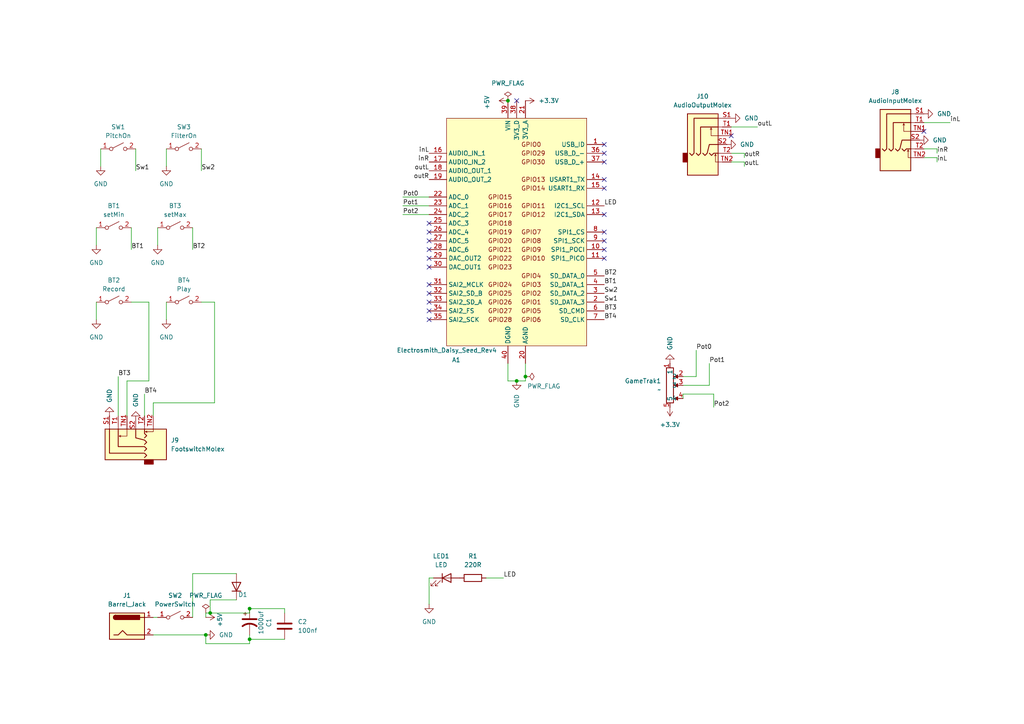
<source format=kicad_sch>
(kicad_sch (version 20250114) (generator "eeschema") (generator_version "9.0")
  (paper "A4")
  (lib_symbols
    (symbol "Connector:Barrel_Jack" (pin_names (offset 1.016))
      (property "Reference" "J" (at 0 5.334 0))
      (property "Value" "Barrel_Jack" (at 0 -5.08 0))
      (symbol "Barrel_Jack_0_1"
        (rectangle (start -5.08 3.81) (end 5.08 -3.81) (stroke (width 0.254)) (fill (type background)))
        (polyline (pts (xy -3.81 -2.54) (xy -2.54 -2.54) (xy -1.27 -1.27) (xy 0 -2.54) (xy 2.54 -2.54) (xy 5.08 -2.54)) (stroke (width 0.254)))
        (arc (start -3.302 1.905) (mid -3.9343 2.54) (end -3.302 3.175) (stroke (width 0.254)))
        (arc (start -3.302 1.905) (mid -3.9343 2.54) (end -3.302 3.175) (stroke (width 0.254)) (fill (type outline)))
        (rectangle (start 3.683 3.175) (end -3.302 1.905) (stroke (width 0.254)) (fill (type outline)))
        (polyline (pts (xy 5.08 2.54) (xy 3.81 2.54)) (stroke (width 0.254)))
      )
      (symbol "Barrel_Jack_1_1"
        (pin passive line (at 7.62 2.54 180) (length 2.54) (name "~") (number "1"))
        (pin passive line (at 7.62 -2.54 180) (length 2.54) (name "~") (number "2"))
      )
    )
    (symbol "Device:C" (pin_numbers (hide yes)) (pin_names (offset 0.254))
      (property "Reference" "C" (at 0.635 2.54 0))
      (property "Value" "C" (at 0.635 -2.54 0))
      (symbol "C_0_1"
        (polyline (pts (xy -2.032 0.762) (xy 2.032 0.762)) (stroke (width 0.508)))
        (polyline (pts (xy -2.032 -0.762) (xy 2.032 -0.762)) (stroke (width 0.508)))
      )
      (symbol "C_1_1"
        (pin passive line (at 0 3.81 270) (length 2.794) (name "~") (number "1"))
        (pin passive line (at 0 -3.81 90) (length 2.794) (name "~") (number "2"))
      )
    )
    (symbol "Device:C_Polarized_US" (pin_numbers (hide yes)) (pin_names (offset 0.254) (hide yes))
      (property "Reference" "C" (at 0.635 2.54 0))
      (property "Value" "C_Polarized_US" (at 0.635 -2.54 0))
      (symbol "C_Polarized_US_0_1"
        (polyline (pts (xy -2.032 0.762) (xy 2.032 0.762)) (stroke (width 0.508)))
        (polyline (pts (xy -1.778 2.286) (xy -0.762 2.286)))
        (polyline (pts (xy -1.27 1.778) (xy -1.27 2.794)))
        (arc (start -2.032 -1.27) (mid 0 -0.5572) (end 2.032 -1.27) (stroke (width 0.508)))
      )
      (symbol "C_Polarized_US_1_1"
        (pin passive line (at 0 3.81 270) (length 2.794) (name "~") (number "1"))
        (pin passive line (at 0 -3.81 90) (length 3.302) (name "~") (number "2"))
      )
    )
    (symbol "Device:D" (pin_numbers (hide yes)) (pin_names (offset 1.016) (hide yes))
      (property "Reference" "D" (at 0 2.54 0))
      (property "Value" "D" (at 0 -2.54 0))
      (symbol "D_0_1"
        (polyline (pts (xy -1.27 1.27) (xy -1.27 -1.27)) (stroke (width 0.254)))
        (polyline (pts (xy 1.27 1.27) (xy 1.27 -1.27) (xy -1.27 0) (xy 1.27 1.27)) (stroke (width 0.254)))
        (polyline (pts (xy 1.27 0) (xy -1.27 0)))
      )
      (symbol "D_1_1"
        (pin passive line (at -3.81 0 0) (length 2.54) (name "K") (number "1"))
        (pin passive line (at 3.81 0 180) (length 2.54) (name "A") (number "2"))
      )
    )
    (symbol "Device:LED" (pin_numbers (hide yes)) (pin_names (offset 1.016) (hide yes))
      (property "Reference" "D" (at 0 2.54 0))
      (property "Value" "LED" (at 0 -2.54 0))
      (symbol "LED_0_1"
        (polyline (pts (xy -3.048 -0.762) (xy -4.572 -2.286) (xy -3.81 -2.286) (xy -4.572 -2.286) (xy -4.572 -1.524)))
        (polyline (pts (xy -1.778 -0.762) (xy -3.302 -2.286) (xy -2.54 -2.286) (xy -3.302 -2.286) (xy -3.302 -1.524)))
        (polyline (pts (xy -1.27 0) (xy 1.27 0)))
        (polyline (pts (xy -1.27 -1.27) (xy -1.27 1.27)) (stroke (width 0.254)))
        (polyline (pts (xy 1.27 -1.27) (xy 1.27 1.27) (xy -1.27 0) (xy 1.27 -1.27)) (stroke (width 0.254)))
      )
      (symbol "LED_1_1"
        (pin passive line (at -3.81 0 0) (length 2.54) (name "K") (number "1"))
        (pin passive line (at 3.81 0 180) (length 2.54) (name "A") (number "2"))
      )
    )
    (symbol "Device:R" (pin_numbers (hide yes)) (pin_names (offset 0))
      (property "Reference" "R" (at 2.032 0 90))
      (property "Value" "R" (at 0 0 90))
      (symbol "R_0_1"
        (rectangle (start -1.016 -2.54) (end 1.016 2.54) (stroke (width 0.254)))
      )
      (symbol "R_1_1"
        (pin passive line (at 0 3.81 270) (length 1.27) (name "~") (number "1"))
        (pin passive line (at 0 -3.81 90) (length 1.27) (name "~") (number "2"))
      )
    )
    (symbol "MCU_Module:Electrosmith_Daisy_Seed_Rev4"
      (property "Reference" "A" (at -20.32 34.29 0))
      (property "Value" "Electrosmith_Daisy_Seed_Rev4" (at 33.02 34.29 0))
      (symbol "Electrosmith_Daisy_Seed_Rev4_0_0"
        (text "GPIO15" (at -1.27 10.16 0) (effects (font (size 1.27 1.27)) (justify right)))
        (text "GPIO16" (at -1.27 7.62 0) (effects (font (size 1.27 1.27)) (justify right)))
        (text "GPIO17" (at -1.27 5.08 0) (effects (font (size 1.27 1.27)) (justify right)))
        (text "GPIO18" (at -1.27 2.54 0) (effects (font (size 1.27 1.27)) (justify right)))
        (text "GPIO19" (at -1.27 0 0) (effects (font (size 1.27 1.27)) (justify right)))
        (text "GPIO20" (at -1.27 -2.54 0) (effects (font (size 1.27 1.27)) (justify right)))
        (text "GPIO21" (at -1.27 -5.08 0) (effects (font (size 1.27 1.27)) (justify right)))
        (text "GPIO22" (at -1.27 -7.62 0) (effects (font (size 1.27 1.27)) (justify right)))
        (text "GPIO23" (at -1.27 -10.16 0) (effects (font (size 1.27 1.27)) (justify right)))
        (text "GPIO24" (at -1.27 -15.24 0) (effects (font (size 1.27 1.27)) (justify right)))
        (text "GPIO25" (at -1.27 -17.78 0) (effects (font (size 1.27 1.27)) (justify right)))
        (text "GPIO26" (at -1.27 -20.32 0) (effects (font (size 1.27 1.27)) (justify right)))
        (text "GPIO27" (at -1.27 -22.86 0) (effects (font (size 1.27 1.27)) (justify right)))
        (text "GPIO28" (at -1.27 -25.4 0) (effects (font (size 1.27 1.27)) (justify right)))
        (text "GPIO0" (at 1.27 25.4 0) (effects (font (size 1.27 1.27)) (justify left)))
        (text "GPIO29" (at 1.27 22.86 0) (effects (font (size 1.27 1.27)) (justify left)))
        (text "GPIO30" (at 1.27 20.32 0) (effects (font (size 1.27 1.27)) (justify left)))
        (text "GPIO13" (at 1.27 15.24 0) (effects (font (size 1.27 1.27)) (justify left)))
        (text "GPIO14" (at 1.27 12.7 0) (effects (font (size 1.27 1.27)) (justify left)))
        (text "GPIO11" (at 1.27 7.62 0) (effects (font (size 1.27 1.27)) (justify left)))
        (text "GPIO12" (at 1.27 5.08 0) (effects (font (size 1.27 1.27)) (justify left)))
        (text "GPIO7" (at 1.27 0 0) (effects (font (size 1.27 1.27)) (justify left)))
        (text "GPIO8" (at 1.27 -2.54 0) (effects (font (size 1.27 1.27)) (justify left)))
        (text "GPIO9" (at 1.27 -5.08 0) (effects (font (size 1.27 1.27)) (justify left)))
        (text "GPIO10" (at 1.27 -7.62 0) (effects (font (size 1.27 1.27)) (justify left)))
        (text "GPIO4" (at 1.27 -12.7 0) (effects (font (size 1.27 1.27)) (justify left)))
        (text "GPIO3" (at 1.27 -15.24 0) (effects (font (size 1.27 1.27)) (justify left)))
        (text "GPIO2" (at 1.27 -17.78 0) (effects (font (size 1.27 1.27)) (justify left)))
        (text "GPIO1" (at 1.27 -20.32 0) (effects (font (size 1.27 1.27)) (justify left)))
        (text "GPIO5" (at 1.27 -22.86 0) (effects (font (size 1.27 1.27)) (justify left)))
        (text "GPIO6" (at 1.27 -25.4 0) (effects (font (size 1.27 1.27)) (justify left)))
        (pin input line (at -25.4 22.86 0) (length 5.08) (name "AUDIO_IN_1") (number "16"))
        (pin input line (at -25.4 20.32 0) (length 5.08) (name "AUDIO_IN_2") (number "17"))
        (pin output line (at -25.4 17.78 0) (length 5.08) (name "AUDIO_OUT_1") (number "18"))
        (pin output line (at -25.4 15.24 0) (length 5.08) (name "AUDIO_OUT_2") (number "19"))
        (pin bidirectional line (at -25.4 10.16 0) (length 5.08) (name "ADC_0") (number "22"))
        (pin bidirectional line (at -25.4 7.62 0) (length 5.08) (name "ADC_1") (number "23"))
        (pin bidirectional line (at -25.4 5.08 0) (length 5.08) (name "ADC_2") (number "24"))
        (pin bidirectional line (at -25.4 2.54 0) (length 5.08) (name "ADC_3") (number "25"))
        (pin bidirectional line (at -25.4 0 0) (length 5.08) (name "ADC_4") (number "26"))
        (pin bidirectional line (at -25.4 -2.54 0) (length 5.08) (name "ADC_5") (number "27"))
        (pin bidirectional line (at -25.4 -5.08 0) (length 5.08) (name "ADC_6") (number "28"))
        (pin bidirectional line (at -25.4 -7.62 0) (length 5.08) (name "DAC_OUT2") (number "29"))
        (pin bidirectional line (at -25.4 -10.16 0) (length 5.08) (name "DAC_OUT1") (number "30"))
        (pin bidirectional line (at -25.4 -15.24 0) (length 5.08) (name "SAI2_MCLK") (number "31"))
        (pin bidirectional line (at -25.4 -17.78 0) (length 5.08) (name "SAI2_SD_B") (number "32"))
        (pin bidirectional line (at -25.4 -20.32 0) (length 5.08) (name "SAI2_SD_A") (number "33"))
        (pin bidirectional line (at -25.4 -22.86 0) (length 5.08) (name "SAI2_FS") (number "34"))
        (pin bidirectional line (at -25.4 -25.4 0) (length 5.08) (name "SAI2_SCK") (number "35"))
        (pin power_in line (at -2.54 38.1 270) (length 5.08) (name "VIN") (number "39"))
        (pin power_in line (at -2.54 -38.1 90) (length 5.08) (name "DGND") (number "40"))
        (pin power_out line (at 0 38.1 270) (length 5.08) (name "3V3_D") (number "38"))
        (pin power_out line (at 2.54 38.1 270) (length 5.08) (name "3V3_A") (number "21"))
        (pin power_in line (at 2.54 -38.1 90) (length 5.08) (name "AGND") (number "20"))
        (pin bidirectional line (at 25.4 25.4 180) (length 5.08) (name "USB_ID") (number "1"))
        (pin bidirectional line (at 25.4 22.86 180) (length 5.08) (name "USB_D_-") (number "36"))
        (pin bidirectional line (at 25.4 20.32 180) (length 5.08) (name "USB_D_+") (number "37"))
        (pin bidirectional line (at 25.4 15.24 180) (length 5.08) (name "USART1_TX") (number "14"))
        (pin bidirectional line (at 25.4 12.7 180) (length 5.08) (name "USART1_RX") (number "15"))
        (pin bidirectional line (at 25.4 7.62 180) (length 5.08) (name "I2C1_SCL") (number "12"))
        (pin bidirectional line (at 25.4 5.08 180) (length 5.08) (name "I2C1_SDA") (number "13"))
        (pin bidirectional line (at 25.4 0 180) (length 5.08) (name "SPI1_CS") (number "8"))
        (pin bidirectional line (at 25.4 -2.54 180) (length 5.08) (name "SPI1_SCK") (number "9"))
        (pin bidirectional line (at 25.4 -5.08 180) (length 5.08) (name "SPI1_POCI") (number "10"))
        (pin bidirectional line (at 25.4 -7.62 180) (length 5.08) (name "SPI1_PICO") (number "11"))
        (pin bidirectional line (at 25.4 -12.7 180) (length 5.08) (name "SD_DATA_0") (number "5"))
        (pin bidirectional line (at 25.4 -15.24 180) (length 5.08) (name "SD_DATA_1") (number "4"))
        (pin bidirectional line (at 25.4 -17.78 180) (length 5.08) (name "SD_DATA_2") (number "3"))
        (pin bidirectional line (at 25.4 -20.32 180) (length 5.08) (name "SD_DATA_3") (number "2"))
        (pin bidirectional line (at 25.4 -22.86 180) (length 5.08) (name "SD_CMD") (number "6"))
        (pin bidirectional line (at 25.4 -25.4 180) (length 5.08) (name "SD_CLK") (number "7"))
      )
      (symbol "Electrosmith_Daisy_Seed_Rev4_0_1"
        (rectangle (start -20.32 33.02) (end 20.32 -33.02) (fill (type background)))
      )
    )
    (symbol "Switch:SW_SPST" (pin_names (offset 0) (hide yes))
      (property "Reference" "SW" (at 0 3.175 0))
      (property "Value" "SW_SPST" (at 0 -2.54 0))
      (symbol "SW_SPST_0_0"
        (circle (center -2.032 0) (radius 0.508))
        (polyline (pts (xy -1.524 0.254) (xy 1.524 1.778)))
        (circle (center 2.032 0) (radius 0.508))
      )
      (symbol "SW_SPST_1_1"
        (pin passive line (at -5.08 0 0) (length 2.54) (name "A") (number "1"))
        (pin passive line (at 5.08 0 180) (length 2.54) (name "B") (number "2"))
      )
    )
    (symbol "power:+3.3V" (power) (pin_numbers (hide yes)) (pin_names (offset 0) (hide yes))
      (property "Value" "+3.3V" (at 0 3.556 0))
      (symbol "+3.3V_0_1"
        (polyline (pts (xy -0.762 1.27) (xy 0 2.54)))
        (polyline (pts (xy 0 2.54) (xy 0.762 1.27)))
        (polyline (pts (xy 0 0) (xy 0 2.54)))
      )
      (symbol "+3.3V_1_1"
        (pin power_in line (at 0 0 90) (length 0) (name "~") (number "1"))
      )
    )
    (symbol "power:+5V" (power) (pin_numbers (hide yes)) (pin_names (offset 0) (hide yes))
      (property "Value" "+5V" (at 0 3.556 0))
      (symbol "+5V_0_1"
        (polyline (pts (xy -0.762 1.27) (xy 0 2.54)))
        (polyline (pts (xy 0 2.54) (xy 0.762 1.27)))
        (polyline (pts (xy 0 0) (xy 0 2.54)))
      )
      (symbol "+5V_1_1"
        (pin power_in line (at 0 0 90) (length 0) (name "~") (number "1"))
      )
    )
    (symbol "power:GND" (power) (pin_numbers (hide yes)) (pin_names (offset 0) (hide yes))
      (property "Value" "GND" (at 0 -3.81 0))
      (symbol "GND_0_1"
        (polyline (pts (xy 0 0) (xy 0 -1.27) (xy 1.27 -1.27) (xy 0 -2.54) (xy -1.27 -1.27) (xy 0 -1.27)))
      )
      (symbol "GND_1_1"
        (pin power_in line (at 0 0 270) (length 0) (name "~") (number "1"))
      )
    )
    (symbol "power:PWR_FLAG" (power) (pin_numbers (hide yes)) (pin_names (offset 0) (hide yes))
      (property "Value" "PWR_FLAG" (at 0 3.81 0))
      (symbol "PWR_FLAG_0_0"
        (pin power_out line (at 0 0 90) (length 0) (name "~") (number "1"))
      )
      (symbol "PWR_FLAG_0_1"
        (polyline (pts (xy 0 0) (xy 0 1.27) (xy -1.016 1.905) (xy 0 2.54) (xy 1.016 1.905) (xy 0 1.27)))
      )
    )
    (symbol "yann_symbols:Gametrak"
      (property "Reference" "GameTrak1" (at 1.27 -1.2699 0))
      (property "Value" "~" (at 1.27 -3.8099 0))
      (symbol "Gametrak_0_1"
        (rectangle (start 2.794 2.54) (end 4.826 -7.62) (stroke (width 0.254)))
        (polyline (pts (xy 4.953 0) (xy 6.096 0.508) (xy 6.096 -0.508) (xy 4.953 0)) (fill (type outline)))
        (polyline (pts (xy 4.953 -2.54) (xy 6.096 -2.032) (xy 6.096 -3.048) (xy 4.953 -2.54)) (fill (type outline)))
        (polyline (pts (xy 4.953 -6.35) (xy 6.096 -5.842) (xy 6.096 -6.858) (xy 4.953 -6.35)) (fill (type outline)))
        (polyline (pts (xy 6.35 0) (xy 5.334 0)))
        (polyline (pts (xy 6.35 -2.54) (xy 5.334 -2.54)))
        (polyline (pts (xy 6.35 -6.35) (xy 5.334 -6.35)))
      )
      (symbol "Gametrak_1_1"
        (pin passive line (at 3.81 3.81 270) (length 1.27) (name "1") (number "1"))
        (pin passive line (at 3.81 -8.89 90) (length 1.27) (name "5") (number "5"))
        (pin passive line (at 7.62 0 180) (length 1.27) (name "2") (number "2"))
        (pin passive line (at 7.62 -2.54 180) (length 1.27) (name "3") (number "3"))
        (pin passive line (at 7.62 -6.35 180) (length 1.27) (name "4") (number "4"))
      )
    )
    (symbol "yann_symbols:switchJacks_to_6molex"
      (property "Reference" "J" (at 0 0 0))
      (symbol "switchJacks_to_6molex_0_1"
        (rectangle (start -17.78 -3.81) (end -8.89 -21.59) (stroke (width 0.254)) (fill (type background)))
        (rectangle (start -17.78 -15.24) (end -19.05 -17.78) (stroke (width 0.254)) (fill (type outline)))
        (polyline (pts (xy -8.89 -7.62) (xy -7.62 -7.62)))
        (polyline (pts (xy -8.89 -15.24) (xy -7.62 -15.24)))
        (polyline (pts (xy -7.62 -5.08) (xy -8.89 -5.08)))
        (polyline (pts (xy -7.62 -10.16) (xy -8.89 -10.16)))
      )
      (symbol "switchJacks_to_6molex_1_1"
        (polyline (pts (xy -13.335 -15.24) (xy -12.7 -15.875) (xy -12.065 -15.24) (xy -11.43 -12.7) (xy -8.89 -12.7)) (stroke (width 0.254)))
        (polyline (pts (xy -11.43 -15.24) (xy -10.795 -15.875) (xy -10.16 -15.24) (xy -8.89 -15.24)) (stroke (width 0.254)))
        (polyline (pts (xy -10.922 -7.874) (xy -10.668 -8.382)))
        (polyline (pts (xy -9.652 -15.494) (xy -9.398 -16.002)))
        (polyline (pts (xy -8.89 -5.08) (xy -15.875 -5.08) (xy -15.875 -15.24) (xy -16.51 -15.875) (xy -17.145 -15.24)) (stroke (width 0.254)))
        (polyline (pts (xy -8.89 -7.62) (xy -13.97 -7.62) (xy -13.97 -15.24) (xy -14.605 -15.875) (xy -15.24 -15.24)) (stroke (width 0.254)))
        (polyline (pts (xy -7.62 -10.16) (xy -10.922 -10.16) (xy -10.922 -7.874) (xy -11.176 -8.382)))
        (polyline (pts (xy -7.62 -17.78) (xy -9.652 -17.78) (xy -9.652 -15.494) (xy -9.906 -16.002)))
        (pin passive line (at -6.35 -12.7 180) (length 2.54) (name "~") (number "S2"))
        (pin passive line (at -5.08 -5.08 180) (length 2.54) (name "~") (number "S1"))
        (pin passive line (at -5.08 -7.62 180) (length 2.54) (name "~") (number "T1"))
        (pin passive line (at -5.08 -10.16 180) (length 2.54) (name "~") (number "TN1"))
        (pin passive line (at -5.08 -15.24 180) (length 2.54) (name "~") (number "T2"))
        (pin passive line (at -5.08 -17.78 180) (length 2.54) (name "~") (number "TN2"))
      )
    )
  )
  (junction (at 149.86 110.49))
  (junction (at 152.4 109.22))
  (junction (at 72.39 185.42))
  (junction (at 72.39 176.53))
  (junction (at 60.96 177.8))
  (junction (at 59.69 184.15))
  (junction (at 147.32 29.21))
  (no_connect (at 124.46 85.09))
  (no_connect (at 124.46 77.47))
  (no_connect (at 175.26 41.91))
  (no_connect (at 175.26 62.23))
  (no_connect (at 124.46 87.63))
  (no_connect (at 175.26 74.93))
  (no_connect (at 267.97 38.1))
  (no_connect (at 212.09 39.37))
  (no_connect (at 124.46 90.17))
  (no_connect (at 124.46 74.93))
  (no_connect (at 124.46 72.39))
  (no_connect (at 124.46 92.71))
  (no_connect (at 124.46 67.31))
  (no_connect (at 124.46 69.85))
  (no_connect (at 175.26 72.39))
  (no_connect (at 175.26 69.85))
  (no_connect (at 149.86 29.21))
  (no_connect (at 124.46 82.55))
  (no_connect (at 175.26 44.45))
  (no_connect (at 175.26 67.31))
  (no_connect (at 175.26 54.61))
  (no_connect (at 175.26 46.99))
  (no_connect (at 175.26 52.07))
  (no_connect (at 124.46 64.77))
  (wire (pts (xy 201.93 109.22) (xy 198.12 109.22)))
  (wire (pts (xy 34.29 109.22) (xy 34.29 120.65)))
  (wire (pts (xy 36.83 110.49) (xy 36.83 120.65)))
  (wire (pts (xy 147.32 105.41) (xy 147.32 110.49)))
  (wire (pts (xy 212.09 36.83) (xy 219.71 36.83)))
  (wire (pts (xy 48.26 43.18) (xy 48.26 48.26)))
  (wire (pts (xy 212.09 46.99) (xy 215.9 46.99)))
  (wire (pts (xy 43.18 87.63) (xy 43.18 110.49)))
  (wire (pts (xy 68.58 173.99) (xy 60.96 173.99)))
  (wire (pts (xy 59.69 177.8) (xy 59.69 179.07)))
  (wire (pts (xy 201.93 101.6) (xy 201.93 109.22)))
  (wire (pts (xy 271.78 43.18) (xy 271.78 44.45)))
  (wire (pts (xy 212.09 44.45) (xy 215.9 44.45)))
  (wire (pts (xy 116.84 62.23) (xy 124.46 62.23)))
  (wire (pts (xy 152.4 105.41) (xy 152.4 109.22)))
  (wire (pts (xy 60.96 177.8) (xy 72.39 177.8)))
  (wire (pts (xy 205.74 105.41) (xy 205.74 111.76)))
  (wire (pts (xy 82.55 177.8) (xy 82.55 176.53)))
  (wire (pts (xy 207.01 114.3) (xy 198.12 114.3)))
  (wire (pts (xy 205.74 111.76) (xy 198.12 111.76)))
  (wire (pts (xy 267.97 45.72) (xy 271.78 45.72)))
  (wire (pts (xy 45.72 66.04) (xy 45.72 71.12)))
  (wire (pts (xy 39.37 43.18) (xy 39.37 49.53)))
  (wire (pts (xy 62.23 116.84) (xy 44.45 116.84)))
  (wire (pts (xy 60.96 173.99) (xy 60.96 177.8)))
  (wire (pts (xy 44.45 179.07) (xy 45.72 179.07)))
  (wire (pts (xy 125.73 167.64) (xy 124.46 167.64)))
  (wire (pts (xy 59.69 177.8) (xy 60.96 177.8)))
  (wire (pts (xy 116.84 59.69) (xy 124.46 59.69)))
  (wire (pts (xy 41.91 114.3) (xy 41.91 120.65)))
  (wire (pts (xy 271.78 45.72) (xy 271.78 46.99)))
  (wire (pts (xy 207.01 114.3) (xy 207.01 118.11)))
  (wire (pts (xy 72.39 185.42) (xy 82.55 185.42)))
  (wire (pts (xy 215.9 44.45) (xy 215.9 45.72)))
  (wire (pts (xy 36.83 110.49) (xy 43.18 110.49)))
  (wire (pts (xy 152.4 109.22) (xy 152.4 110.49)))
  (wire (pts (xy 62.23 87.63) (xy 62.23 116.84)))
  (wire (pts (xy 59.69 186.69) (xy 72.39 186.69)))
  (wire (pts (xy 58.42 87.63) (xy 62.23 87.63)))
  (wire (pts (xy 82.55 176.53) (xy 72.39 176.53)))
  (wire (pts (xy 267.97 43.18) (xy 271.78 43.18)))
  (wire (pts (xy 55.88 166.37) (xy 68.58 166.37)))
  (wire (pts (xy 72.39 185.42) (xy 72.39 186.69)))
  (wire (pts (xy 72.39 184.15) (xy 72.39 185.42)))
  (wire (pts (xy 38.1 87.63) (xy 43.18 87.63)))
  (wire (pts (xy 55.88 66.04) (xy 55.88 72.39)))
  (wire (pts (xy 38.1 66.04) (xy 38.1 72.39)))
  (wire (pts (xy 27.94 87.63) (xy 27.94 92.71)))
  (wire (pts (xy 267.97 35.56) (xy 275.59 35.56)))
  (wire (pts (xy 72.39 176.53) (xy 72.39 177.8)))
  (wire (pts (xy 124.46 167.64) (xy 124.46 175.26)))
  (wire (pts (xy 59.69 184.15) (xy 59.69 186.69)))
  (wire (pts (xy 198.12 114.3) (xy 198.12 115.57)))
  (wire (pts (xy 55.88 179.07) (xy 55.88 166.37)))
  (wire (pts (xy 29.21 43.18) (xy 29.21 48.26)))
  (wire (pts (xy 140.97 167.64) (xy 146.05 167.64)))
  (wire (pts (xy 147.32 110.49) (xy 149.86 110.49)))
  (wire (pts (xy 215.9 46.99) (xy 215.9 48.26)))
  (wire (pts (xy 58.42 43.18) (xy 58.42 49.53)))
  (wire (pts (xy 48.26 87.63) (xy 48.26 92.71)))
  (wire (pts (xy 152.4 110.49) (xy 149.86 110.49)))
  (wire (pts (xy 44.45 116.84) (xy 44.45 120.65)))
  (wire (pts (xy 44.45 184.15) (xy 59.69 184.15)))
  (wire (pts (xy 27.94 66.04) (xy 27.94 71.12)))
  (wire (pts (xy 116.84 57.15) (xy 124.46 57.15)))
  (label "Pot1" (at 205.74 105.41 0))
  (label "BT3" (at 34.29 109.22 0))
  (label "inL" (at 271.78 46.99 0))
  (label "Sw1" (at 175.26 87.63 0))
  (label "BT4" (at 41.91 114.3 0))
  (label "BT2" (at 55.88 72.39 0))
  (label "BT1" (at 38.1 72.39 0))
  (label "Sw1" (at 39.37 49.53 0))
  (label "Pot2" (at 116.84 62.23 0))
  (label "outR" (at 124.46 52.07 180))
  (label "outL" (at 215.9 48.26 0))
  (label "inR" (at 271.78 44.45 0))
  (label "BT4" (at 175.26 92.71 0))
  (label "BT1" (at 175.26 82.55 0))
  (label "Pot0" (at 116.84 57.15 0))
  (label "Sw2" (at 58.42 49.53 0))
  (label "outL" (at 219.71 36.83 0))
  (label "BT3" (at 175.26 90.17 0))
  (label "inR" (at 124.46 46.99 180))
  (label "Pot0" (at 201.93 101.6 0))
  (label "Pot1" (at 116.84 59.69 0))
  (label "Sw2" (at 175.26 85.09 0))
  (label "BT2" (at 175.26 80.01 0))
  (label "Pot2" (at 207.01 118.11 0))
  (label "inL" (at 275.59 35.56 0))
  (label "LED" (at 146.05 167.64 0))
  (label "outL" (at 124.46 49.53 180))
  (label "inL" (at 124.46 44.45 180))
  (label "LED" (at 175.26 59.69 0))
  (label "outR" (at 215.9 45.72 0))
  (symbol (lib_id "power:GND") (at 31.75 120.65 180) (unit 1)
    (property "Reference" "#PWR017" (effects (hide yes)))
    (property "Value" "GND" (at 31.7499 116.84 90) (effects (justify right)))
    (property "Description" "Power symbol creates a global label with name \"GND\" , ground" (effects (hide yes)))
  )
  (symbol (lib_id "power:GND") (at 266.7 40.64 90) (unit 1)
    (property "Reference" "#PWR022" (effects (hide yes)))
    (property "Value" "GND" (at 270.51 40.6399 90) (effects (justify right)))
    (property "Description" "Power symbol creates a global label with name \"GND\" , ground" (effects (hide yes)))
  )
  (symbol (lib_id "yann_symbols:Gametrak") (at 190.5 109.22 0) (unit 1)
    (property "Reference" "GameTrak1" (at 191.77 110.4899 0) (effects (justify right)))
    (property "Value" "~" (at 191.77 113.0299 0) (effects (justify right)))
    (property "Footprint" "Connector_Molex:Molex_Micro-Latch_53253-0570_1x05_P2.00mm_Vertical" (effects (hide yes)))
  )
  (symbol (lib_id "Switch:SW_SPST") (at 33.02 66.04 0) (unit 1)
    (property "Reference" "BT1" (at 33.02 59.69 0))
    (property "Value" "setMin" (at 33.02 62.23 0))
    (property "Footprint" "Button_Switch_THT:SW_PUSH_6mm" (effects (hide yes)))
    (property "Description" "Single Pole Single Throw (SPST) switch" (effects (hide yes)))
  )
  (symbol (lib_id "Device:D") (at 68.58 170.18 90) (unit 1)
    (property "Reference" "D1" (at 69.088 172.466 90) (effects (justify right)))
    (property "Value" "D" (effects (hide yes)))
    (property "Footprint" "Resistor_THT:R_Axial_DIN0207_L6.3mm_D2.5mm_P7.62mm_Horizontal" (effects (hide yes)))
    (property "Description" "Diode" (effects (hide yes)))
    (property "Sim.Device" "D" (effects (hide yes)))
    (property "Sim.Pins" "1=K 2=A" (effects (hide yes)))
  )
  (symbol (lib_id "power:PWR_FLAG") (at 147.32 29.21 0) (unit 1)
    (property "Reference" "#FLG02" (effects (hide yes)))
    (property "Value" "PWR_FLAG" (at 147.32 24.13 0))
    (property "Description" "Special symbol for telling ERC where power comes from" (effects (hide yes)))
  )
  (symbol (lib_id "power:+5V") (at 59.69 179.07 270) (unit 1)
    (property "Reference" "#PWR09" (effects (hide yes)))
    (property "Value" "+5V" (at 63.754 179.832 0))
    (property "Description" "Power symbol creates a global label with name \"+5V\"" (effects (hide yes)))
  )
  (symbol (lib_id "power:PWR_FLAG") (at 152.4 109.22 270) (unit 1)
    (property "Reference" "#FLG03" (effects (hide yes)))
    (property "Value" "PWR_FLAG" (at 152.908 112.014 90) (effects (justify left)))
    (property "Description" "Special symbol for telling ERC where power comes from" (effects (hide yes)))
  )
  (symbol (lib_id "MCU_Module:Electrosmith_Daisy_Seed_Rev4") (at 149.86 67.31 0) (unit 1)
    (property "Reference" "A1" (at 131.064 104.394 0) (effects (justify left)))
    (property "Value" "Electrosmith_Daisy_Seed_Rev4" (at 115.062 101.6 0) (effects (justify left)))
    (property "Footprint" "Module:Electrosmith_Daisy_Seed" (effects (hide yes)))
    (property "Datasheet" "https://static1.squarespace.com/static/58d03fdc1b10e3bf442567b8/t/6227e6236f02fb68d1577146/1646781988478/Daisy_Seed_datasheet_v1.0.3.pdf" (effects (hide yes)))
    (property "Description" "Daisy is an embedded platform for music." (effects (hide yes)))
  )
  (symbol (lib_id "Switch:SW_SPST") (at 34.29 43.18 0) (unit 1)
    (property "Reference" "SW1" (at 34.29 36.83 0))
    (property "Value" "PitchOn" (at 34.29 39.37 0))
    (property "Footprint" "yann_parts:submini_toggle" (effects (hide yes)))
    (property "Description" "Single Pole Single Throw (SPST) switch" (effects (hide yes)))
  )
  (symbol (lib_id "power:GND") (at 210.82 41.91 90) (unit 1)
    (property "Reference" "#PWR023" (effects (hide yes)))
    (property "Value" "GND" (at 214.63 41.9099 90) (effects (justify right)))
    (property "Description" "Power symbol creates a global label with name \"GND\" , ground" (effects (hide yes)))
  )
  (symbol (lib_id "power:GND") (at 27.94 92.71 0) (unit 1)
    (property "Reference" "#PWR02" (effects (hide yes)))
    (property "Value" "GND" (at 27.94 97.79 0))
    (property "Description" "Power symbol creates a global label with name \"GND\" , ground" (effects (hide yes)))
  )
  (symbol (lib_id "Switch:SW_SPST") (at 50.8 66.04 0) (unit 1)
    (property "Reference" "BT3" (at 50.8 59.69 0))
    (property "Value" "setMax" (at 50.8 62.23 0))
    (property "Footprint" "Button_Switch_THT:SW_PUSH_6mm" (effects (hide yes)))
    (property "Description" "Single Pole Single Throw (SPST) switch" (effects (hide yes)))
  )
  (symbol (lib_id "power:PWR_FLAG") (at 59.69 177.8 0) (unit 1)
    (property "Reference" "#FLG01" (effects (hide yes)))
    (property "Value" "PWR_FLAG" (at 59.69 172.72 0))
    (property "Description" "Special symbol for telling ERC where power comes from" (effects (hide yes)))
  )
  (symbol (lib_id "Switch:SW_SPST") (at 50.8 179.07 0) (unit 1)
    (property "Reference" "SW2" (at 50.8 172.72 0))
    (property "Value" "PowerSwitch" (at 50.8 175.26 0))
    (property "Footprint" "yann_parts:submini_toggle" (effects (hide yes)))
    (property "Description" "Single Pole Single Throw (SPST) switch" (effects (hide yes)))
  )
  (symbol (lib_id "Device:R") (at 137.16 167.64 90) (unit 1)
    (property "Reference" "R1" (at 137.16 161.29 90))
    (property "Value" "220R" (at 137.16 163.83 90))
    (property "Footprint" "Resistor_THT:R_Axial_DIN0207_L6.3mm_D2.5mm_P7.62mm_Horizontal" (effects (hide yes)))
    (property "Description" "Resistor" (effects (hide yes)))
  )
  (symbol (lib_id "power:GND") (at 194.31 105.41 180) (unit 1)
    (property "Reference" "#PWR015" (effects (hide yes)))
    (property "Value" "GND" (at 194.3101 101.6 90) (effects (justify right)))
    (property "Description" "Power symbol creates a global label with name \"GND\" , ground" (effects (hide yes)))
  )
  (symbol (lib_id "power:GND") (at 45.72 71.12 0) (unit 1)
    (property "Reference" "#PWR05" (effects (hide yes)))
    (property "Value" "GND" (at 45.72 76.2 0))
    (property "Description" "Power symbol creates a global label with name \"GND\" , ground" (effects (hide yes)))
  )
  (symbol (lib_id "yann_symbols:switchJacks_to_6molex") (at 217.17 29.21 0) (unit 1)
    (property "Reference" "J10" (at 203.7715 27.94 0))
    (property "Value" "AudioOutputMolex" (at 203.7715 30.48 0))
    (property "Footprint" "yann_parts:Molex_sixpin_twoJacks" (effects (hide yes)))
  )
  (symbol (lib_id "Switch:SW_SPST") (at 53.34 87.63 0) (unit 1)
    (property "Reference" "BT4" (at 53.34 81.28 0))
    (property "Value" "Play" (at 53.34 83.82 0))
    (property "Footprint" "yann_parts:SW_TS13-1212-73-BK-160-D" (effects (hide yes)))
    (property "Description" "Single Pole Single Throw (SPST) switch" (effects (hide yes)))
  )
  (symbol (lib_id "power:GND") (at 48.26 92.71 0) (unit 1)
    (property "Reference" "#PWR07" (effects (hide yes)))
    (property "Value" "GND" (at 48.26 97.79 0))
    (property "Description" "Power symbol creates a global label with name \"GND\" , ground" (effects (hide yes)))
  )
  (symbol (lib_id "power:GND") (at 59.69 184.15 90) (unit 1)
    (property "Reference" "#PWR010" (effects (hide yes)))
    (property "Value" "GND" (at 63.5 184.1499 90) (effects (justify right)))
    (property "Description" "Power symbol creates a global label with name \"GND\" , ground" (effects (hide yes)))
  )
  (symbol (lib_id "Device:C_Polarized_US") (at 72.39 180.34 0) (unit 1)
    (property "Reference" "C1" (at 77.978 180.594 90))
    (property "Value" "1000uf" (at 75.692 180.594 90))
    (property "Footprint" "Capacitor_THT:CP_Radial_D5.0mm_P2.00mm" (effects (hide yes)))
    (property "Description" "Polarized capacitor, US symbol" (effects (hide yes)))
  )
  (symbol (lib_id "Switch:SW_SPST") (at 53.34 43.18 0) (unit 1)
    (property "Reference" "SW3" (at 53.34 36.83 0))
    (property "Value" "FilterOn" (at 53.34 39.37 0))
    (property "Footprint" "yann_parts:submini_toggle" (effects (hide yes)))
    (property "Description" "Single Pole Single Throw (SPST) switch" (effects (hide yes)))
  )
  (symbol (lib_id "Connector:Barrel_Jack") (at 36.83 181.61 0) (unit 1)
    (property "Reference" "J1" (at 36.83 172.72 0))
    (property "Value" "Barrel_Jack" (at 36.83 175.26 0))
    (property "Footprint" "Connector_Molex:Molex_KK-254_AE-6410-02A_1x02_P2.54mm_Vertical" (effects (hide yes)))
    (property "Description" "DC Barrel Jack" (effects (hide yes)))
  )
  (symbol (lib_id "yann_symbols:switchJacks_to_6molex") (at 273.05 27.94 0) (unit 1)
    (property "Reference" "J8" (at 259.6515 26.67 0))
    (property "Value" "AudioInputMolex" (at 259.6515 29.21 0))
    (property "Footprint" "yann_parts:Molex_sixpin_twoJacks" (effects (hide yes)))
  )
  (symbol (lib_id "power:GND") (at 149.86 110.49 0) (unit 1)
    (property "Reference" "#PWR013" (effects (hide yes)))
    (property "Value" "GND" (at 149.8599 114.3 90) (effects (justify right)))
    (property "Description" "Power symbol creates a global label with name \"GND\" , ground" (effects (hide yes)))
  )
  (symbol (lib_id "power:+3.3V") (at 152.4 29.21 270) (unit 1)
    (property "Reference" "#PWR014" (effects (hide yes)))
    (property "Value" "+3.3V" (at 156.21 29.2099 90) (effects (justify left)))
    (property "Description" "Power symbol creates a global label with name \"+3.3V\"" (effects (hide yes)))
  )
  (symbol (lib_id "power:GND") (at 124.46 175.26 0) (unit 1)
    (property "Reference" "#PWR011" (effects (hide yes)))
    (property "Value" "GND" (at 124.46 180.34 0))
    (property "Description" "Power symbol creates a global label with name \"GND\" , ground" (effects (hide yes)))
  )
  (symbol (lib_id "Device:C") (at 82.55 181.61 0) (unit 1)
    (property "Reference" "C2" (at 86.36 180.3399 0) (effects (justify left)))
    (property "Value" "100nf" (at 86.36 182.8799 0) (effects (justify left)))
    (property "Footprint" "Capacitor_THT:C_Disc_D5.0mm_W2.5mm_P5.00mm" (effects (hide yes)))
    (property "Description" "Unpolarized capacitor" (effects (hide yes)))
  )
  (symbol (lib_id "power:GND") (at 27.94 71.12 0) (unit 1)
    (property "Reference" "#PWR01" (effects (hide yes)))
    (property "Value" "GND" (at 27.94 76.2 0))
    (property "Description" "Power symbol creates a global label with name \"GND\" , ground" (effects (hide yes)))
  )
  (symbol (lib_id "power:GND") (at 29.21 48.26 0) (unit 1)
    (property "Reference" "#PWR03" (effects (hide yes)))
    (property "Value" "GND" (at 29.21 53.34 0))
    (property "Description" "Power symbol creates a global label with name \"GND\" , ground" (effects (hide yes)))
  )
  (symbol (lib_id "power:GND") (at 39.37 121.92 180) (unit 1)
    (property "Reference" "#PWR018" (effects (hide yes)))
    (property "Value" "GND" (at 39.3699 118.11 90) (effects (justify right)))
    (property "Description" "Power symbol creates a global label with name \"GND\" , ground" (effects (hide yes)))
  )
  (symbol (lib_id "yann_symbols:switchJacks_to_6molex") (at 26.67 115.57 90) (unit 1)
    (property "Reference" "J9" (at 49.53 127.6984 90) (effects (justify right)))
    (property "Value" "FootswitchMolex" (at 49.53 130.2384 90) (effects (justify right)))
    (property "Footprint" "yann_parts:Molex_sixpin_twoJacks" (effects (hide yes)))
  )
  (symbol (lib_id "power:GND") (at 48.26 48.26 0) (unit 1)
    (property "Reference" "#PWR06" (effects (hide yes)))
    (property "Value" "GND" (at 48.26 53.34 0))
    (property "Description" "Power symbol creates a global label with name \"GND\" , ground" (effects (hide yes)))
  )
  (symbol (lib_id "power:+5V") (at 147.32 29.21 90) (unit 1)
    (property "Reference" "#PWR012" (effects (hide yes)))
    (property "Value" "+5V" (at 141.224 29.718 0))
    (property "Description" "Power symbol creates a global label with name \"+5V\"" (effects (hide yes)))
  )
  (symbol (lib_id "power:+3.3V") (at 194.31 118.11 180) (unit 1)
    (property "Reference" "#PWR016" (effects (hide yes)))
    (property "Value" "+3.3V" (at 194.31 123.19 0))
    (property "Description" "Power symbol creates a global label with name \"+3.3V\"" (effects (hide yes)))
  )
  (symbol (lib_id "Switch:SW_SPST") (at 33.02 87.63 0) (unit 1)
    (property "Reference" "BT2" (at 33.02 81.28 0))
    (property "Value" "Record" (at 33.02 83.82 0))
    (property "Footprint" "yann_parts:SW_TS13-1212-73-BK-160-D" (effects (hide yes)))
    (property "Description" "Single Pole Single Throw (SPST) switch" (effects (hide yes)))
  )
  (symbol (lib_id "Device:LED") (at 129.54 167.64 0) (unit 1)
    (property "Reference" "LED1" (at 127.9525 161.29 0))
    (property "Value" "LED" (at 127.9525 163.83 0))
    (property "Footprint" "LED_THT:LED_D5.0mm" (effects (hide yes)))
    (property "Description" "Light emitting diode" (effects (hide yes)))
  )
  (symbol (lib_id "power:GND") (at 212.09 34.29 90) (unit 1)
    (property "Reference" "#PWR024" (effects (hide yes)))
    (property "Value" "GND" (at 215.9 34.2899 90) (effects (justify right)))
    (property "Description" "Power symbol creates a global label with name \"GND\" , ground" (effects (hide yes)))
  )
  (symbol (lib_id "power:GND") (at 267.97 33.02 90) (unit 1)
    (property "Reference" "#PWR021" (effects (hide yes)))
    (property "Value" "GND" (at 271.78 33.0199 90) (effects (justify right)))
    (property "Description" "Power symbol creates a global label with name \"GND\" , ground" (effects (hide yes)))
  )
)
</source>
